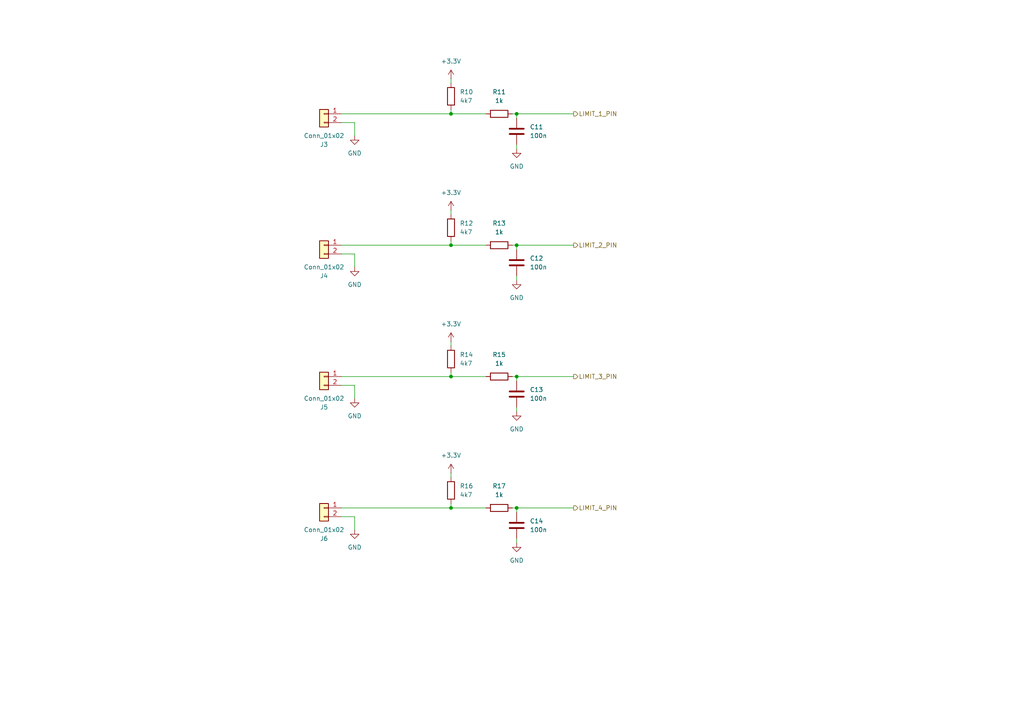
<source format=kicad_sch>
(kicad_sch (version 20250114) (generator "eeschema") (generator_version "9.0")
  (paper "A4")
  (title_block (title "Scorpion max V1") (rev "V1"))
  (lib_symbols
    (symbol "Connector_Generic:Conn_01x02" (pin_names (offset 1.016) (hide yes))
      (property "Reference" "J" (at 0 2.54 0))
      (property "Value" "Conn_01x02" (at 0 -5.08 0))
      (symbol "Conn_01x02_1_1"
        (rectangle (start -1.27 1.27) (end 1.27 -3.81) (stroke (width 0.254)) (fill (type background)))
        (rectangle (start -1.27 0.127) (end 0 -0.127) (stroke (width 0.1524)))
        (rectangle (start -1.27 -2.413) (end 0 -2.667) (stroke (width 0.1524)))
        (pin passive line (at -5.08 0 0) (length 3.81) (name "Pin_1") (number "1"))
        (pin passive line (at -5.08 -2.54 0) (length 3.81) (name "Pin_2") (number "2"))
      )
    )
    (symbol "Device:C" (pin_numbers (hide yes)) (pin_names (offset 0.254))
      (property "Reference" "C" (at 0.635 2.54 0))
      (property "Value" "C" (at 0.635 -2.54 0))
      (symbol "C_0_1"
        (polyline (pts (xy -2.032 0.762) (xy 2.032 0.762)) (stroke (width 0.508)))
        (polyline (pts (xy -2.032 -0.762) (xy 2.032 -0.762)) (stroke (width 0.508)))
      )
      (symbol "C_1_1"
        (pin passive line (at 0 3.81 270) (length 2.794) (name "~") (number "1"))
        (pin passive line (at 0 -3.81 90) (length 2.794) (name "~") (number "2"))
      )
    )
    (symbol "Device:R" (pin_numbers (hide yes)) (pin_names (offset 0))
      (property "Reference" "R" (at 2.032 0 90))
      (property "Value" "R" (at 0 0 90))
      (symbol "R_0_1"
        (rectangle (start -1.016 -2.54) (end 1.016 2.54) (stroke (width 0.254)))
      )
      (symbol "R_1_1"
        (pin passive line (at 0 3.81 270) (length 1.27) (name "~") (number "1"))
        (pin passive line (at 0 -3.81 90) (length 1.27) (name "~") (number "2"))
      )
    )
    (symbol "power:+3.3V" (power) (pin_numbers (hide yes)) (pin_names (offset 0) (hide yes))
      (property "Value" "+3.3V" (at 0 3.556 0))
      (symbol "+3.3V_0_1"
        (polyline (pts (xy -0.762 1.27) (xy 0 2.54)))
        (polyline (pts (xy 0 2.54) (xy 0.762 1.27)))
        (polyline (pts (xy 0 0) (xy 0 2.54)))
      )
      (symbol "+3.3V_1_1"
        (pin power_in line (at 0 0 90) (length 0) (name "~") (number "1"))
      )
    )
    (symbol "power:GND" (power) (pin_numbers (hide yes)) (pin_names (offset 0) (hide yes))
      (property "Value" "GND" (at 0 -3.81 0))
      (symbol "GND_0_1"
        (polyline (pts (xy 0 0) (xy 0 -1.27) (xy 1.27 -1.27) (xy 0 -2.54) (xy -1.27 -1.27) (xy 0 -1.27)))
      )
      (symbol "GND_1_1"
        (pin power_in line (at 0 0 270) (length 0) (name "~") (number "1"))
      )
    )
  )
  (junction (at 149.86 71.12))
  (junction (at 149.86 33.02))
  (junction (at 149.86 109.22))
  (junction (at 149.86 147.32))
  (junction (at 130.81 33.02))
  (junction (at 130.81 71.12))
  (junction (at 130.81 109.22))
  (junction (at 130.81 147.32))
  (wire (pts (xy 149.86 81.28) (xy 149.86 80.01)))
  (wire (pts (xy 149.86 71.12) (xy 149.86 72.39)))
  (wire (pts (xy 148.59 71.12) (xy 149.86 71.12)))
  (wire (pts (xy 102.87 35.56) (xy 102.87 39.37)))
  (wire (pts (xy 149.86 157.48) (xy 149.86 156.21)))
  (wire (pts (xy 130.81 60.96) (xy 130.81 62.23)))
  (wire (pts (xy 130.81 33.02) (xy 130.81 31.75)))
  (wire (pts (xy 99.06 33.02) (xy 130.81 33.02)))
  (wire (pts (xy 149.86 33.02) (xy 166.37 33.02)))
  (wire (pts (xy 99.06 111.76) (xy 102.87 111.76)))
  (wire (pts (xy 130.81 71.12) (xy 130.81 69.85)))
  (wire (pts (xy 149.86 109.22) (xy 149.86 110.49)))
  (wire (pts (xy 99.06 73.66) (xy 102.87 73.66)))
  (wire (pts (xy 130.81 71.12) (xy 140.97 71.12)))
  (wire (pts (xy 130.81 147.32) (xy 140.97 147.32)))
  (wire (pts (xy 102.87 149.86) (xy 102.87 153.67)))
  (wire (pts (xy 149.86 43.18) (xy 149.86 41.91)))
  (wire (pts (xy 149.86 119.38) (xy 149.86 118.11)))
  (wire (pts (xy 99.06 149.86) (xy 102.87 149.86)))
  (wire (pts (xy 148.59 147.32) (xy 149.86 147.32)))
  (wire (pts (xy 130.81 109.22) (xy 140.97 109.22)))
  (wire (pts (xy 99.06 109.22) (xy 130.81 109.22)))
  (wire (pts (xy 130.81 33.02) (xy 140.97 33.02)))
  (wire (pts (xy 102.87 73.66) (xy 102.87 77.47)))
  (wire (pts (xy 149.86 71.12) (xy 166.37 71.12)))
  (wire (pts (xy 130.81 137.16) (xy 130.81 138.43)))
  (wire (pts (xy 148.59 33.02) (xy 149.86 33.02)))
  (wire (pts (xy 148.59 109.22) (xy 149.86 109.22)))
  (wire (pts (xy 130.81 146.05) (xy 130.81 147.32)))
  (wire (pts (xy 130.81 109.22) (xy 130.81 107.95)))
  (wire (pts (xy 102.87 111.76) (xy 102.87 115.57)))
  (wire (pts (xy 149.86 109.22) (xy 166.37 109.22)))
  (wire (pts (xy 149.86 33.02) (xy 149.86 34.29)))
  (wire (pts (xy 149.86 147.32) (xy 166.37 147.32)))
  (wire (pts (xy 149.86 147.32) (xy 149.86 148.59)))
  (wire (pts (xy 130.81 99.06) (xy 130.81 100.33)))
  (wire (pts (xy 130.81 22.86) (xy 130.81 24.13)))
  (wire (pts (xy 99.06 71.12) (xy 130.81 71.12)))
  (wire (pts (xy 99.06 147.32) (xy 130.81 147.32)))
  (wire (pts (xy 99.06 35.56) (xy 102.87 35.56)))
  (hierarchical_label "LIMIT_3_PIN" (shape output) (at 166.37 109.22 0))
  (hierarchical_label "LIMIT_4_PIN" (shape output) (at 166.37 147.32 0))
  (hierarchical_label "LIMIT_1_PIN" (shape output) (at 166.37 33.02 0))
  (hierarchical_label "LIMIT_2_PIN" (shape output) (at 166.37 71.12 0))
  (symbol (lib_id "Device:R") (at 144.78 33.02 90) (unit 1)
    (property "Reference" "R11" (at 144.78 26.67 90))
    (property "Value" "1k" (at 144.78 29.21 90))
    (property "Footprint" "Resistor_SMD:R_0603_1608Metric" (effects (hide yes)))
    (property "Description" "Resistor" (effects (hide yes)))
  )
  (symbol (lib_id "Device:R") (at 144.78 109.22 90) (unit 1)
    (property "Reference" "R15" (at 144.78 102.87 90))
    (property "Value" "1k" (at 144.78 105.41 90))
    (property "Footprint" "Resistor_SMD:R_0603_1608Metric" (effects (hide yes)))
    (property "Description" "Resistor" (effects (hide yes)))
  )
  (symbol (lib_id "Connector_Generic:Conn_01x02") (at 93.98 109.22 0) (mirror y) (unit 1)
    (property "Reference" "J5" (at 93.98 118.11 0))
    (property "Value" "Conn_01x02" (at 93.98 115.57 0))
    (property "Footprint" "Connector_JST:JST_XH_B2B-XH-A_1x02_P2.50mm_Vertical" (effects (hide yes)))
    (property "Description" "Generic connector, single row, 01x02, script generated (kicad-library-utils/schlib/autogen/connector/)" (effects (hide yes)))
  )
  (symbol (lib_id "power:+3.3V") (at 130.81 99.06 0) (unit 1)
    (property "Reference" "#PWR038" (effects (hide yes)))
    (property "Value" "+3.3V" (at 130.81 93.98 0))
    (property "Description" "Power symbol creates a global label with name \"+3.3V\"" (effects (hide yes)))
  )
  (symbol (lib_id "power:+3.3V") (at 130.81 60.96 0) (unit 1)
    (property "Reference" "#PWR035" (effects (hide yes)))
    (property "Value" "+3.3V" (at 130.81 55.88 0))
    (property "Description" "Power symbol creates a global label with name \"+3.3V\"" (effects (hide yes)))
  )
  (symbol (lib_id "power:GND") (at 149.86 43.18 0) (unit 1)
    (property "Reference" "#PWR034" (effects (hide yes)))
    (property "Value" "GND" (at 149.86 48.26 0))
    (property "Description" "Power symbol creates a global label with name \"GND\" , ground" (effects (hide yes)))
  )
  (symbol (lib_id "Connector_Generic:Conn_01x02") (at 93.98 33.02 0) (mirror y) (unit 1)
    (property "Reference" "J3" (at 93.98 41.91 0))
    (property "Value" "Conn_01x02" (at 93.98 39.37 0))
    (property "Footprint" "Connector_JST:JST_XH_B2B-XH-A_1x02_P2.50mm_Vertical" (effects (hide yes)))
    (property "Description" "Generic connector, single row, 01x02, script generated (kicad-library-utils/schlib/autogen/connector/)" (effects (hide yes)))
  )
  (symbol (lib_id "Device:C") (at 149.86 152.4 0) (unit 1)
    (property "Reference" "C14" (at 153.67 151.1299 0) (effects (justify left)))
    (property "Value" "100n" (at 153.67 153.6699 0) (effects (justify left)))
    (property "Footprint" "Capacitor_SMD:C_0603_1608Metric" (effects (hide yes)))
    (property "Description" "Unpolarized capacitor" (effects (hide yes)))
  )
  (symbol (lib_id "Device:R") (at 130.81 66.04 0) (unit 1)
    (property "Reference" "R12" (at 133.35 64.7699 0) (effects (justify left)))
    (property "Value" "4k7" (at 133.35 67.3099 0) (effects (justify left)))
    (property "Footprint" "Resistor_SMD:R_0603_1608Metric" (effects (hide yes)))
    (property "Description" "Resistor" (effects (hide yes)))
  )
  (symbol (lib_id "power:GND") (at 149.86 119.38 0) (unit 1)
    (property "Reference" "#PWR040" (effects (hide yes)))
    (property "Value" "GND" (at 149.86 124.46 0))
    (property "Description" "Power symbol creates a global label with name \"GND\" , ground" (effects (hide yes)))
  )
  (symbol (lib_id "power:GND") (at 102.87 115.57 0) (unit 1)
    (property "Reference" "#PWR039" (effects (hide yes)))
    (property "Value" "GND" (at 102.87 120.65 0))
    (property "Description" "Power symbol creates a global label with name \"GND\" , ground" (effects (hide yes)))
  )
  (symbol (lib_id "power:+3.3V") (at 130.81 137.16 0) (unit 1)
    (property "Reference" "#PWR041" (effects (hide yes)))
    (property "Value" "+3.3V" (at 130.81 132.08 0))
    (property "Description" "Power symbol creates a global label with name \"+3.3V\"" (effects (hide yes)))
  )
  (symbol (lib_id "Connector_Generic:Conn_01x02") (at 93.98 147.32 0) (mirror y) (unit 1)
    (property "Reference" "J6" (at 93.98 156.21 0))
    (property "Value" "Conn_01x02" (at 93.98 153.67 0))
    (property "Footprint" "Connector_JST:JST_XH_B2B-XH-A_1x02_P2.50mm_Vertical" (effects (hide yes)))
    (property "Description" "Generic connector, single row, 01x02, script generated (kicad-library-utils/schlib/autogen/connector/)" (effects (hide yes)))
  )
  (symbol (lib_id "Device:R") (at 130.81 104.14 0) (unit 1)
    (property "Reference" "R14" (at 133.35 102.8699 0) (effects (justify left)))
    (property "Value" "4k7" (at 133.35 105.4099 0) (effects (justify left)))
    (property "Footprint" "Resistor_SMD:R_0603_1608Metric" (effects (hide yes)))
    (property "Description" "Resistor" (effects (hide yes)))
  )
  (symbol (lib_id "power:+3.3V") (at 130.81 22.86 0) (unit 1)
    (property "Reference" "#PWR032" (effects (hide yes)))
    (property "Value" "+3.3V" (at 130.81 17.78 0))
    (property "Description" "Power symbol creates a global label with name \"+3.3V\"" (effects (hide yes)))
  )
  (symbol (lib_id "Device:R") (at 144.78 71.12 90) (unit 1)
    (property "Reference" "R13" (at 144.78 64.77 90))
    (property "Value" "1k" (at 144.78 67.31 90))
    (property "Footprint" "Resistor_SMD:R_0603_1608Metric" (effects (hide yes)))
    (property "Description" "Resistor" (effects (hide yes)))
  )
  (symbol (lib_id "power:GND") (at 149.86 157.48 0) (unit 1)
    (property "Reference" "#PWR043" (effects (hide yes)))
    (property "Value" "GND" (at 149.86 162.56 0))
    (property "Description" "Power symbol creates a global label with name \"GND\" , ground" (effects (hide yes)))
  )
  (symbol (lib_id "Connector_Generic:Conn_01x02") (at 93.98 71.12 0) (mirror y) (unit 1)
    (property "Reference" "J4" (at 93.98 80.01 0))
    (property "Value" "Conn_01x02" (at 93.98 77.47 0))
    (property "Footprint" "Connector_JST:JST_XH_B2B-XH-A_1x02_P2.50mm_Vertical" (effects (hide yes)))
    (property "Description" "Generic connector, single row, 01x02, script generated (kicad-library-utils/schlib/autogen/connector/)" (effects (hide yes)))
  )
  (symbol (lib_id "Device:C") (at 149.86 38.1 0) (unit 1)
    (property "Reference" "C11" (at 153.67 36.8299 0) (effects (justify left)))
    (property "Value" "100n" (at 153.67 39.3699 0) (effects (justify left)))
    (property "Footprint" "Capacitor_SMD:C_0603_1608Metric" (effects (hide yes)))
    (property "Description" "Unpolarized capacitor" (effects (hide yes)))
  )
  (symbol (lib_id "power:GND") (at 102.87 153.67 0) (unit 1)
    (property "Reference" "#PWR042" (effects (hide yes)))
    (property "Value" "GND" (at 102.87 158.75 0))
    (property "Description" "Power symbol creates a global label with name \"GND\" , ground" (effects (hide yes)))
  )
  (symbol (lib_id "power:GND") (at 149.86 81.28 0) (unit 1)
    (property "Reference" "#PWR037" (effects (hide yes)))
    (property "Value" "GND" (at 149.86 86.36 0))
    (property "Description" "Power symbol creates a global label with name \"GND\" , ground" (effects (hide yes)))
  )
  (symbol (lib_id "Device:C") (at 149.86 114.3 0) (unit 1)
    (property "Reference" "C13" (at 153.67 113.0299 0) (effects (justify left)))
    (property "Value" "100n" (at 153.67 115.5699 0) (effects (justify left)))
    (property "Footprint" "Capacitor_SMD:C_0603_1608Metric" (effects (hide yes)))
    (property "Description" "Unpolarized capacitor" (effects (hide yes)))
  )
  (symbol (lib_id "power:GND") (at 102.87 77.47 0) (unit 1)
    (property "Reference" "#PWR036" (effects (hide yes)))
    (property "Value" "GND" (at 102.87 82.55 0))
    (property "Description" "Power symbol creates a global label with name \"GND\" , ground" (effects (hide yes)))
  )
  (symbol (lib_id "Device:R") (at 144.78 147.32 90) (unit 1)
    (property "Reference" "R17" (at 144.78 140.97 90))
    (property "Value" "1k" (at 144.78 143.51 90))
    (property "Footprint" "Resistor_SMD:R_0603_1608Metric" (effects (hide yes)))
    (property "Description" "Resistor" (effects (hide yes)))
  )
  (symbol (lib_id "Device:R") (at 130.81 142.24 0) (unit 1)
    (property "Reference" "R16" (at 133.35 140.9699 0) (effects (justify left)))
    (property "Value" "4k7" (at 133.35 143.5099 0) (effects (justify left)))
    (property "Footprint" "Resistor_SMD:R_0603_1608Metric" (effects (hide yes)))
    (property "Description" "Resistor" (effects (hide yes)))
  )
  (symbol (lib_id "power:GND") (at 102.87 39.37 0) (unit 1)
    (property "Reference" "#PWR033" (effects (hide yes)))
    (property "Value" "GND" (at 102.87 44.45 0))
    (property "Description" "Power symbol creates a global label with name \"GND\" , ground" (effects (hide yes)))
  )
  (symbol (lib_id "Device:R") (at 130.81 27.94 0) (unit 1)
    (property "Reference" "R10" (at 133.35 26.6699 0) (effects (justify left)))
    (property "Value" "4k7" (at 133.35 29.2099 0) (effects (justify left)))
    (property "Footprint" "Resistor_SMD:R_0603_1608Metric" (effects (hide yes)))
    (property "Description" "Resistor" (effects (hide yes)))
  )
  (symbol (lib_id "Device:C") (at 149.86 76.2 0) (unit 1)
    (property "Reference" "C12" (at 153.67 74.9299 0) (effects (justify left)))
    (property "Value" "100n" (at 153.67 77.4699 0) (effects (justify left)))
    (property "Footprint" "Capacitor_SMD:C_0603_1608Metric" (effects (hide yes)))
    (property "Description" "Unpolarized capacitor" (effects (hide yes)))
  )
)
</source>
